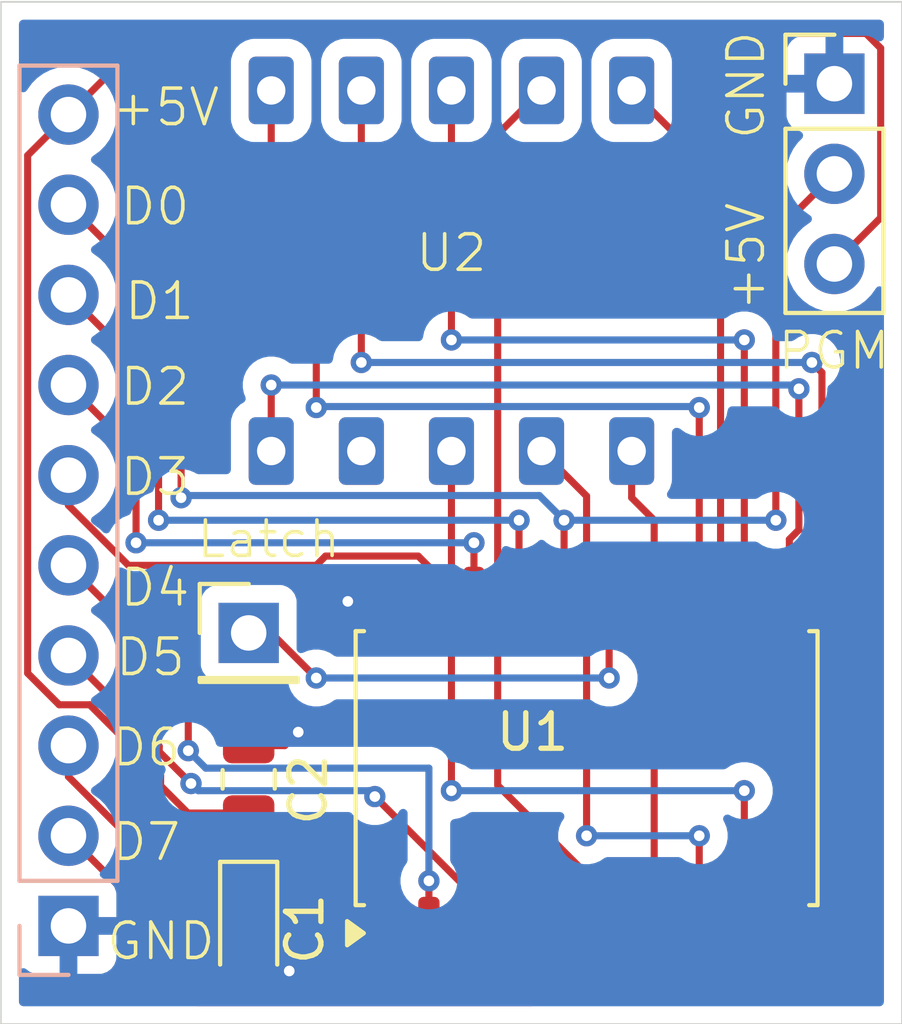
<source format=kicad_pcb>
(kicad_pcb (version 20241229) (generator "pcbnew") (generator_version "9.0")
  (title_block (title "8 bits to 2x 7 segment hex display") (date "2025-10-12") (rev "1.0") (company "ErrorSoft"))
  (layers (0 "F.Cu" signal) (2 "B.Cu" signal) (13 "F.Paste" user) (15 "B.Paste" user) (5 "F.SilkS" user "F.Silkscreen") (7 "B.SilkS" user "B.Silkscreen") (1 "F.Mask" user) (3 "B.Mask" user) (25 "Edge.Cuts" user))
  (net 0 "")
  (net 1 "+5V")
  (net 2 "GND")
  (net 3 "/DS3")
  (net 4 "/DS0")
  (net 5 "/DS2")
  (net 6 "/DS6")
  (net 7 "/DS4")
  (net 8 "/DS8")
  (net 9 "/DS5")
  (net 10 "/DS7")
  (net 11 "/DS1")
  (net 13 "/~{latch}")
  (net 14 "/D0")
  (net 15 "/D7")
  (net 16 "/D1")
  (net 17 "/D4")
  (net 18 "/D6")
  (net 19 "/D2")
  (net 20 "/D3")
  (net 21 "/D5")
  (footprint "Package_SO:SOIC-20W_7.5x12.8mm_P1.27mm" (layer "F.Cu") (at 143.51 100.965 90)
    (property "Reference" "U1" (at 1.016 -1.524 180) (layer "F.SilkS"))
    (property "Value" "ATtiny1616-S")
    (fp_line (start 3.86 -6.51) (end 3.86 -6.275) (stroke (width 0.12)) (layer "F.SilkS"))
    (fp_line (start -3.86 -6.51) (end 3.86 -6.51) (stroke (width 0.12)) (layer "F.SilkS"))
    (fp_line (start -3.86 -6.275) (end -3.86 -6.51) (stroke (width 0.12)) (layer "F.SilkS"))
    (fp_line (start 3.86 6.275) (end 3.86 6.51) (stroke (width 0.12)) (layer "F.SilkS"))
    (fp_line (start 3.86 6.51) (end -3.86 6.51) (stroke (width 0.12)) (layer "F.SilkS"))
    (fp_line (start -3.86 6.51) (end -3.86 6.275) (stroke (width 0.12)) (layer "F.SilkS"))
    (fp_poly (pts (xy -4.65 -6.28) (xy -4.99 -6.75) (xy -4.31 -6.75)) (stroke (width 0.12)) (fill yes) (layer "F.SilkS"))
    (pad "1" smd roundrect (at -4.65 -5.715 90) (size 2.05 0.6) (layers "F.Cu" "F.Mask" "F.Paste") (net 1 "+5V"))
    (pad "2" smd roundrect (at -4.65 -4.445 90) (size 2.05 0.6) (layers "F.Cu" "F.Mask" "F.Paste") (net 17 "/D4"))
    (pad "3" smd roundrect (at -4.65 -3.175 90) (size 2.05 0.6) (layers "F.Cu" "F.Mask" "F.Paste") (net 21 "/D5"))
    (pad "4" smd roundrect (at -4.65 -1.905 90) (size 2.05 0.6) (layers "F.Cu" "F.Mask" "F.Paste") (net 18 "/D6"))
    (pad "5" smd roundrect (at -4.65 -0.635 90) (size 2.05 0.6) (layers "F.Cu" "F.Mask" "F.Paste") (net 15 "/D7"))
    (pad "6" smd roundrect (at -4.65 0.635 90) (size 2.05 0.6) (layers "F.Cu" "F.Mask" "F.Paste") (net 9 "/DS5"))
    (pad "7" smd roundrect (at -4.65 1.905 90) (size 2.05 0.6) (layers "F.Cu" "F.Mask" "F.Paste") (net 7 "/DS4"))
    (pad "8" smd roundrect (at -4.65 3.175 90) (size 2.05 0.6) (layers "F.Cu" "F.Mask" "F.Paste") (net 3 "/DS3"))
    (pad "9" smd roundrect (at -4.65 4.445 90) (size 2.05 0.6) (layers "F.Cu" "F.Mask" "F.Paste") (net 5 "/DS2"))
    (pad "10" smd roundrect (at -4.65 5.715 90) (size 2.05 0.6) (layers "F.Cu" "F.Mask" "F.Paste") (net 11 "/DS1"))
    (pad "11" smd roundrect (at 4.65 5.715 90) (size 2.05 0.6) (layers "F.Cu" "F.Mask" "F.Paste") (net 4 "/DS0"))
    (pad "12" smd roundrect (at 4.65 4.445 90) (size 2.05 0.6) (layers "F.Cu" "F.Mask" "F.Paste") (net 6 "/DS6"))
    (pad "13" smd roundrect (at 4.65 3.175 90) (size 2.05 0.6) (layers "F.Cu" "F.Mask" "F.Paste") (net 10 "/DS7"))
    (pad "14" smd roundrect (at 4.65 1.905 90) (size 2.05 0.6) (layers "F.Cu" "F.Mask" "F.Paste") (net 8 "/DS8"))
    (pad "15" smd roundrect (at 4.65 0.635 90) (size 2.05 0.6) (layers "F.Cu" "F.Mask" "F.Paste") (net 13 "/~{latch}"))
    (pad "16" smd roundrect (at 4.65 -0.635 90) (size 2.05 0.6) (layers "F.Cu" "F.Mask" "F.Paste") (net 14 "/D0"))
    (pad "17" smd roundrect (at 4.65 -1.905 90) (size 2.05 0.6) (layers "F.Cu" "F.Mask" "F.Paste") (net 16 "/D1"))
    (pad "18" smd roundrect (at 4.65 -3.175 90) (size 2.05 0.6) (layers "F.Cu" "F.Mask" "F.Paste") (net 19 "/D2"))
    (pad "19" smd roundrect (at 4.65 -4.445 90) (size 2.05 0.6) (layers "F.Cu" "F.Mask" "F.Paste") (net 20 "/D3"))
    (pad "20" smd roundrect (at 4.65 -5.715 90) (size 2.05 0.6) (layers "F.Cu" "F.Mask" "F.Paste") (net 2 "GND"))
  )
  (footprint "frits:HSN-3621" (layer "F.Cu") (at 139.7 86.95)
    (property "Reference" "U2" (at 0 -0.5 0) (layer "F.SilkS") (effects (font (thickness 0.1))))
    (property "Value" "HSN-3621")
    (pad "1" thru_hole roundrect (at -5.08 5.08 90) (size 1.905 1.27) (drill 0.8) (layers "*.Cu" "*.Mask") (roundrect_rratio 0.15) (net 4 "/DS0"))
    (pad "2" thru_hole roundrect (at -2.54 5.08 90) (size 1.905 1.27) (drill 0.8) (layers "*.Cu" "*.Mask") (roundrect_rratio 0.15))
    (pad "3" thru_hole roundrect (at 0 5.08 90) (size 1.905 1.27) (drill 0.8) (layers "*.Cu" "*.Mask") (roundrect_rratio 0.15) (net 5 "/DS2"))
    (pad "4" thru_hole roundrect (at 2.54 5.08 90) (size 1.905 1.27) (drill 0.8) (layers "*.Cu" "*.Mask") (roundrect_rratio 0.15) (net 3 "/DS3"))
    (pad "5" thru_hole roundrect (at 5.08 5.08 90) (size 1.905 1.27) (drill 0.8) (layers "*.Cu" "*.Mask") (roundrect_rratio 0.15) (net 8 "/DS8"))
    (pad "6" thru_hole roundrect (at 5.08 -5.08 90) (size 1.905 1.27) (drill 0.8) (layers "*.Cu" "*.Mask") (roundrect_rratio 0.15) (net 7 "/DS4"))
    (pad "7" thru_hole roundrect (at 2.54 -5.08 90) (size 1.905 1.27) (drill 0.8) (layers "*.Cu" "*.Mask") (roundrect_rratio 0.15) (net 9 "/DS5"))
    (pad "8" thru_hole roundrect (at 0 -5.08 90) (size 1.905 1.27) (drill 0.8) (layers "*.Cu" "*.Mask") (roundrect_rratio 0.15) (net 6 "/DS6"))
    (pad "9" thru_hole roundrect (at -2.54 -5.08 90) (size 1.905 1.27) (drill 0.8) (layers "*.Cu" "*.Mask") (roundrect_rratio 0.15) (net 11 "/DS1"))
    (pad "10" thru_hole roundrect (at -5.08 -5.08 90) (size 1.905 1.27) (drill 0.8) (layers "*.Cu" "*.Mask") (roundrect_rratio 0.15) (net 10 "/DS7"))
  )
  (footprint "Connector_PinHeader_2.54mm:PinHeader_1x03_P2.54mm_Vertical" (layer "F.Cu") (at 150.495 81.68)
    (property "Reference" "J3" (hide yes))
    (property "Value" "PGM")
    (fp_line (start -1.38 -1.38) (end 0 -1.38) (stroke (width 0.12)) (layer "F.SilkS"))
    (fp_line (start -1.38 0) (end -1.38 -1.38) (stroke (width 0.12)) (layer "F.SilkS"))
    (fp_line (start -1.38 1.27) (end -1.38 6.46) (stroke (width 0.12)) (layer "F.SilkS"))
    (fp_line (start -1.38 1.27) (end 1.38 1.27) (stroke (width 0.12)) (layer "F.SilkS"))
    (fp_line (start -1.38 6.46) (end 1.38 6.46) (stroke (width 0.12)) (layer "F.SilkS"))
    (fp_line (start 1.38 1.27) (end 1.38 6.46) (stroke (width 0.12)) (layer "F.SilkS"))
    (pad "1" thru_hole rect (at 0 0) (size 1.7 1.7) (drill 1) (layers "*.Cu" "*.Mask") (net 2 "GND"))
    (pad "2" thru_hole circle (at 0 2.54) (size 1.7 1.7) (drill 1) (layers "*.Cu" "*.Mask") (net 14 "/D0"))
    (pad "3" thru_hole circle (at 0 5.08) (size 1.7 1.7) (drill 1) (layers "*.Cu" "*.Mask") (net 1 "+5V"))
  )
  (footprint "Capacitor_SMD:C_0805_2012Metric_Pad1.18x1.45mm_HandSolder" (layer "F.Cu") (at 133.985 101.28 90)
    (property "Reference" "C2" (at -0.2946 1.6764 90) (layer "F.SilkS"))
    (property "Value" "100nF")
    (fp_line (start -0.261252 -0.735) (end 0.261252 -0.735) (stroke (width 0.12)) (layer "F.SilkS"))
    (fp_line (start -0.261252 0.735) (end 0.261252 0.735) (stroke (width 0.12)) (layer "F.SilkS"))
    (pad "1" smd roundrect (at -1.0375 0 90) (size 1.175 1.45) (layers "F.Cu" "F.Mask" "F.Paste") (roundrect_rratio 0.212766) (net 1 "+5V"))
    (pad "2" smd roundrect (at 1.0375 0 90) (size 1.175 1.45) (layers "F.Cu" "F.Mask" "F.Paste") (roundrect_rratio 0.212766) (net 2 "GND"))
  )
  (footprint "Capacitor_Tantalum_SMD:CP_EIA-2012-12_Kemet-R_HandSolder" (layer "F.Cu") (at 133.985 105.4985 -90)
    (property "Reference" "C1" (at 0 -1.58 270) (layer "F.SilkS"))
    (property "Value" "10uF")
    (fp_line (start -1.895 0.805) (end 1 0.805) (stroke (width 0.12)) (layer "F.SilkS"))
    (fp_line (start -1.895 -0.805) (end -1.895 0.805) (stroke (width 0.12)) (layer "F.SilkS"))
    (fp_line (start 1 -0.805) (end -1.895 -0.805) (stroke (width 0.12)) (layer "F.SilkS"))
    (pad "1" smd roundrect (at -0.9775 0 270) (size 1.315 1.09) (layers "F.Cu" "F.Mask" "F.Paste") (roundrect_rratio 0.229358) (net 1 "+5V"))
    (pad "2" smd roundrect (at 0.9775 0 270) (size 1.315 1.09) (layers "F.Cu" "F.Mask" "F.Paste") (roundrect_rratio 0.229358) (net 2 "GND"))
  )
  (footprint "Connector_PinHeader_2.54mm:PinHeader_1x01_P2.54mm_Vertical" (layer "F.Cu") (at 133.985 97.155)
    (property "Reference" "J1" (hide yes))
    (property "Value" "latch")
    (fp_line (start -1.38 -1.38) (end 0 -1.38) (stroke (width 0.12)) (layer "F.SilkS"))
    (fp_line (start -1.38 0) (end -1.38 -1.38) (stroke (width 0.12)) (layer "F.SilkS"))
    (fp_line (start -1.38 1.27) (end -1.38 1.38) (stroke (width 0.12)) (layer "F.SilkS"))
    (fp_line (start -1.38 1.27) (end 1.38 1.27) (stroke (width 0.12)) (layer "F.SilkS"))
    (fp_line (start -1.38 1.38) (end 1.38 1.38) (stroke (width 0.12)) (layer "F.SilkS"))
    (fp_line (start 1.38 1.27) (end 1.38 1.38) (stroke (width 0.12)) (layer "F.SilkS"))
    (pad "1" thru_hole rect (at 0 0) (size 1.7 1.7) (drill 1) (layers "*.Cu" "*.Mask") (net 13 "/~{latch}"))
  )
  (footprint "Connector_PinHeader_2.54mm:PinHeader_1x10_P2.54mm_Vertical" (layer "B.Cu") (at 128.905 105.41)
    (property "Reference" "J4" (hide yes))
    (property "Value" "bus")
    (fp_line (start -1.38 -24.24) (end 1.38 -24.24) (stroke (width 0.12)) (layer "B.SilkS"))
    (fp_line (start -1.38 -1.27) (end -1.38 -24.24) (stroke (width 0.12)) (layer "B.SilkS"))
    (fp_line (start -1.38 -1.27) (end 1.38 -1.27) (stroke (width 0.12)) (layer "B.SilkS"))
    (fp_line (start -1.38 0) (end -1.38 1.38) (stroke (width 0.12)) (layer "B.SilkS"))
    (fp_line (start -1.38 1.38) (end 0 1.38) (stroke (width 0.12)) (layer "B.SilkS"))
    (fp_line (start 1.38 -1.27) (end 1.38 -24.24) (stroke (width 0.12)) (layer "B.SilkS"))
    (pad "1" thru_hole rect (at 0 0) (size 1.7 1.7) (drill 1) (layers "*.Cu" "*.Mask") (net 2 "GND"))
    (pad "2" thru_hole circle (at 0 -2.54) (size 1.7 1.7) (drill 1) (layers "*.Cu" "*.Mask") (net 15 "/D7"))
    (pad "3" thru_hole circle (at 0 -5.08) (size 1.7 1.7) (drill 1) (layers "*.Cu" "*.Mask") (net 18 "/D6"))
    (pad "4" thru_hole circle (at 0 -7.62) (size 1.7 1.7) (drill 1) (layers "*.Cu" "*.Mask") (net 21 "/D5"))
    (pad "5" thru_hole circle (at 0 -10.16) (size 1.7 1.7) (drill 1) (layers "*.Cu" "*.Mask") (net 17 "/D4"))
    (pad "6" thru_hole circle (at 0 -12.7) (size 1.7 1.7) (drill 1) (layers "*.Cu" "*.Mask") (net 20 "/D3"))
    (pad "7" thru_hole circle (at 0 -15.24) (size 1.7 1.7) (drill 1) (layers "*.Cu" "*.Mask") (net 19 "/D2"))
    (pad "8" thru_hole circle (at 0 -17.78) (size 1.7 1.7) (drill 1) (layers "*.Cu" "*.Mask") (net 16 "/D1"))
    (pad "9" thru_hole circle (at 0 -20.32) (size 1.7 1.7) (drill 1) (layers "*.Cu" "*.Mask") (net 14 "/D0"))
    (pad "10" thru_hole circle (at 0 -22.86) (size 1.7 1.7) (drill 1) (layers "*.Cu" "*.Mask") (net 1 "+5V"))
  )
  (gr_rect (start 127 79.375) (end 152.4 108.175) (stroke (width 0.05)) (fill no) (layer "Edge.Cuts"))
  (gr_text "D4" (at 130.302 96.465 0) (layer "F.SilkS") (effects (font (size 1 1) (thickness 0.1)) (justify left bottom)))
  (gr_text "D0" (at 130.302 85.725 0) (layer "F.SilkS") (effects (font (size 1 1) (thickness 0.1)) (justify left bottom)))
  (gr_text "D2" (at 130.302 90.805 0) (layer "F.SilkS") (effects (font (size 1 1) (thickness 0.1)) (justify left bottom)))
  (gr_text "+5V" (at 148.59 88.14 90) (layer "F.SilkS") (effects (font (size 1 1) (thickness 0.1)) (justify left bottom)))
  (gr_text "D7" (at 130.048 103.632 0) (layer "F.SilkS") (effects (font (size 1 1) (thickness 0.1)) (justify left bottom)))
  (gr_text "Latch" (at 132.461 95.0976 0) (layer "F.SilkS") (effects (font (size 1 1) (thickness 0.1)) (justify left bottom)))
  (gr_text "GND" (at 148.59 83.312 90) (layer "F.SilkS") (effects (font (size 1 1) (thickness 0.1)) (justify left bottom)))
  (gr_text "GND" (at 129.921 106.426 0) (layer "F.SilkS") (effects (font (size 1 1) (thickness 0.1)) (justify left bottom)))
  (gr_text "D5" (at 130.175 98.425 0) (layer "F.SilkS") (effects (font (size 1 1) (thickness 0.1)) (justify left bottom)))
  (gr_text "D1" (at 130.429 88.392 0) (layer "F.SilkS") (effects (font (size 1 1) (thickness 0.1)) (justify left bottom)))
  (gr_text "PGM" (at 148.844 89.789 0) (layer "F.SilkS") (effects (font (size 1 1) (thickness 0.1)) (justify left bottom)))
  (gr_text "+5V" (at 130.048 82.931 0) (layer "F.SilkS") (effects (font (size 1 1) (thickness 0.1)) (justify left bottom)))
  (gr_text "D6" (at 130.048 100.965 0) (layer "F.SilkS") (effects (font (size 1 1) (thickness 0.1)) (justify left bottom)))
  (gr_text "D3" (at 130.302 93.345 0) (layer "F.SilkS") (effects (font (size 1 1) (thickness 0.1)) (justify left bottom)))
  (segment (start 151.799 85.456) (end 150.495 86.76) (width 0.2) (layer "F.Cu") (net 1))
  (segment (start 127.754 83.701) (end 127.754 98.29) (width 0.2) (layer "F.Cu") (net 1))
  (segment (start 131.191 80.264) (end 151.384 80.264) (width 0.2) (layer "F.Cu") (net 1))
  (segment (start 127.754 98.29) (end 128.643 99.179) (width 0.2) (layer "F.Cu") (net 1))
  (segment (start 128.643 99.179) (end 129.50314 99.179) (width 0.2) (layer "F.Cu") (net 1))
  (segment (start 151.799 80.679) (end 151.799 85.456) (width 0.2) (layer "F.Cu") (net 1))
  (segment (start 136.955 104.775) (end 137.795 105.615) (width 0.2) (layer "F.Cu") (net 1))
  (segment (start 128.905 82.55) (end 131.191 80.264) (width 0.2) (layer "F.Cu") (net 1))
  (segment (start 131.50162 101.17748) (end 131.50162 101.460323) (width 0.2) (layer "F.Cu") (net 1))
  (segment (start 133.985 104.775) (end 136.955 104.775) (width 0.2) (layer "F.Cu") (net 1))
  (segment (start 129.50314 99.179) (end 131.50162 101.17748) (width 0.2) (layer "F.Cu") (net 1))
  (segment (start 151.384 80.264) (end 151.799 80.679) (width 0.2) (layer "F.Cu") (net 1))
  (segment (start 132.271297 102.23) (end 133.985 102.23) (width 0.2) (layer "F.Cu") (net 1))
  (segment (start 128.905 82.55) (end 127.754 83.701) (width 0.2) (layer "F.Cu") (net 1))
  (segment (start 131.50162 101.460323) (end 132.271297 102.23) (width 0.2) (layer "F.Cu") (net 1))
  (segment (start 133.985 102.23) (end 133.985 104.775) (width 0.2) (layer "F.Cu") (net 1))
  (segment (start 135.123 106.675) (end 135.128 106.68) (width 0.2) (layer "F.Cu") (net 2))
  (segment (start 137.795 96.315) (end 136.828 96.315) (width 0.2) (layer "F.Cu") (net 2))
  (segment (start 133.985 106.675) (end 135.123 106.675) (width 0.2) (layer "F.Cu") (net 2))
  (segment (start 133.985 100.33) (end 135.001 100.33) (width 0.2) (layer "F.Cu") (net 2))
  (segment (start 136.828 96.315) (end 136.779 96.266) (width 0.2) (layer "F.Cu") (net 2))
  (segment (start 135.001 100.33) (end 135.382 99.949) (width 0.2) (layer "F.Cu") (net 2))
  (via (at 135.382 99.949) (size 0.6) (drill 0.3) (layers "F.Cu" "B.Cu") (net 2))
  (via (at 135.128 106.68) (size 0.6) (drill 0.3) (layers "F.Cu" "B.Cu") (net 2))
  (via (at 136.779 96.266) (size 0.6) (drill 0.3) (layers "F.Cu" "B.Cu") (net 2))
  (segment (start 142.24 92.03) (end 143.51 93.3) (width 0.2) (layer "F.Cu") (net 3))
  (segment (start 143.51 93.3) (end 143.51 102.87) (width 0.2) (layer "F.Cu") (net 3))
  (segment (start 146.685 102.87) (end 146.685 105.615) (width 0.2) (layer "F.Cu") (net 3))
  (via (at 143.51 102.87) (size 0.6) (drill 0.3) (layers "F.Cu" "B.Cu") (net 3))
  (via (at 146.685 102.87) (size 0.6) (drill 0.3) (layers "F.Cu" "B.Cu") (net 3))
  (segment (start 143.51 102.87) (end 146.685 102.87) (width 0.2) (layer "B.Cu") (net 3))
  (segment (start 149.225 96.315) (end 149.225 94.518239) (width 0.2) (layer "F.Cu") (net 4))
  (segment (start 134.62 92.03) (end 134.62 90.17) (width 0.2) (layer "F.Cu") (net 4))
  (segment (start 149.494 94.249239) (end 149.494 90.276555) (width 0.2) (layer "F.Cu") (net 4))
  (segment (start 149.225 94.518239) (end 149.494 94.249239) (width 0.2) (layer "F.Cu") (net 4))
  (via (at 134.62 90.17) (size 0.6) (drill 0.3) (layers "F.Cu" "B.Cu") (net 4))
  (via (at 149.494 90.276555) (size 0.6) (drill 0.3) (layers "F.Cu" "B.Cu") (net 4))
  (segment (start 134.62 90.17) (end 149.387445 90.17) (width 0.2) (layer "B.Cu") (net 4))
  (segment (start 149.387445 90.17) (end 149.494 90.276555) (width 0.2) (layer "B.Cu") (net 4))
  (segment (start 147.955 101.6) (end 147.955 105.615) (width 0.2) (layer "F.Cu") (net 5))
  (segment (start 139.7 92.03) (end 139.7 101.6) (width 0.2) (layer "F.Cu") (net 5))
  (via (at 139.7 101.6) (size 0.6) (drill 0.3) (layers "F.Cu" "B.Cu") (net 5))
  (via (at 147.955 101.6) (size 0.6) (drill 0.3) (layers "F.Cu" "B.Cu") (net 5))
  (segment (start 139.7 101.6) (end 147.955 101.6) (width 0.2) (layer "B.Cu") (net 5))
  (segment (start 139.7 81.87) (end 139.7 88.9) (width 0.2) (layer "F.Cu") (net 6))
  (segment (start 147.955 88.9) (end 147.955 96.315) (width 0.2) (layer "F.Cu") (net 6))
  (via (at 139.7 88.9) (size 0.6) (drill 0.3) (layers "F.Cu" "B.Cu") (net 6))
  (via (at 147.955 88.9) (size 0.6) (drill 0.3) (layers "F.Cu" "B.Cu") (net 6))
  (segment (start 139.7 88.9) (end 147.955 88.9) (width 0.2) (layer "B.Cu") (net 6))
  (segment (start 145.415 99.251968) (end 145.415 105.615) (width 0.2) (layer "F.Cu") (net 7))
  (segment (start 144.78 81.87) (end 147.286 84.376) (width 0.2) (layer "F.Cu") (net 7))
  (segment (start 147.286 97.380968) (end 145.415 99.251968) (width 0.2) (layer "F.Cu") (net 7))
  (segment (start 147.286 84.376) (end 147.286 97.380968) (width 0.2) (layer "F.Cu") (net 7))
  (segment (start 145.415 93.98) (end 145.415 96.315) (width 0.2) (layer "F.Cu") (net 8))
  (segment (start 144.78 93.345) (end 145.415 93.98) (width 0.2) (layer "F.Cu") (net 8))
  (segment (start 144.78 92.03) (end 144.78 93.345) (width 0.2) (layer "F.Cu") (net 8))
  (segment (start 144.145 104.590001) (end 144.145 105.615) (width 0.2) (layer "F.Cu") (net 9))
  (segment (start 141.004 101.449001) (end 144.145 104.590001) (width 0.2) (layer "F.Cu") (net 9))
  (segment (start 141.004 83.106) (end 141.004 101.449001) (width 0.2) (layer "F.Cu") (net 9))
  (segment (start 142.24 81.87) (end 141.004 83.106) (width 0.2) (layer "F.Cu") (net 9))
  (segment (start 146.685 90.805) (end 146.685 96.315) (width 0.2) (layer "F.Cu") (net 10))
  (segment (start 135.255 84.455) (end 135.89 85.09) (width 0.2) (layer "F.Cu") (net 10))
  (segment (start 134.62 81.87) (end 134.62 83.82) (width 0.2) (layer "F.Cu") (net 10))
  (segment (start 135.89 85.09) (end 135.89 90.805) (width 0.2) (layer "F.Cu") (net 10))
  (segment (start 134.62 83.82) (end 135.255 84.455) (width 0.2) (layer "F.Cu") (net 10))
  (via (at 146.685 90.805) (size 0.6) (drill 0.3) (layers "F.Cu" "B.Cu") (net 10))
  (via (at 135.89 90.805) (size 0.6) (drill 0.3) (layers "F.Cu" "B.Cu") (net 10))
  (segment (start 146.6565 90.7765) (end 146.685 90.805) (width 0.2) (layer "B.Cu") (net 10))
  (segment (start 135.89 90.805) (end 135.9185 90.7765) (width 0.2) (layer "B.Cu") (net 10))
  (segment (start 135.9185 90.7765) (end 146.6565 90.7765) (width 0.2) (layer "B.Cu") (net 10))
  (segment (start 149.86 89.535) (end 150.144 89.819) (width 0.2) (layer "F.Cu") (net 11))
  (segment (start 150.144 104.696) (end 149.225 105.615) (width 0.2) (layer "F.Cu") (net 11))
  (segment (start 137.16 81.87) (end 137.16 89.535) (width 0.2) (layer "F.Cu") (net 11))
  (segment (start 150.144 89.819) (end 150.144 104.696) (width 0.2) (layer "F.Cu") (net 11))
  (via (at 149.86 89.535) (size 0.6) (drill 0.3) (layers "F.Cu" "B.Cu") (net 11))
  (via (at 137.16 89.535) (size 0.6) (drill 0.3) (layers "F.Cu" "B.Cu") (net 11))
  (segment (start 137.16 89.535) (end 149.86 89.535) (width 0.2) (layer "B.Cu") (net 11))
  (segment (start 133.985 97.155) (end 134.62 97.155) (width 0.2) (layer "F.Cu") (net 13))
  (segment (start 144.145 98.425) (end 144.145 96.315) (width 0.2) (layer "F.Cu") (net 13))
  (segment (start 134.62 97.155) (end 135.89 98.425) (width 0.2) (layer "F.Cu") (net 13))
  (via (at 135.89 98.425) (size 0.6) (drill 0.3) (layers "F.Cu" "B.Cu") (net 13))
  (via (at 144.145 98.425) (size 0.6) (drill 0.3) (layers "F.Cu" "B.Cu") (net 13))
  (segment (start 135.89 98.425) (end 144.145 98.425) (width 0.2) (layer "B.Cu") (net 13))
  (segment (start 142.875 93.98) (end 142.875 96.315) (width 0.2) (layer "F.Cu") (net 14))
  (segment (start 150.495 84.22) (end 148.844 85.871) (width 0.2) (layer "F.Cu") (net 14))
  (segment (start 148.844 85.871) (end 148.844 93.98) (width 0.2) (layer "F.Cu") (net 14))
  (segment (start 128.905 85.09) (end 132.08 88.265) (width 0.2) (layer "F.Cu") (net 14))
  (segment (start 132.08 88.265) (end 132.08 93.345) (width 0.2) (layer "F.Cu") (net 14))
  (via (at 148.844 93.98) (size 0.6) (drill 0.3) (layers "F.Cu" "B.Cu") (net 14))
  (via (at 132.08 93.345) (size 0.6) (drill 0.3) (layers "F.Cu" "B.Cu") (net 14))
  (via (at 142.875 93.98) (size 0.6) (drill 0.3) (layers "F.Cu" "B.Cu") (net 14))
  (segment (start 132.08 93.345) (end 132.1415 93.2835) (width 0.2) (layer "B.Cu") (net 14))
  (segment (start 142.1785 93.2835) (end 142.875 93.98) (width 0.2) (layer "B.Cu") (net 14))
  (segment (start 132.1415 93.2835) (end 142.1785 93.2835) (width 0.2) (layer "B.Cu") (net 14))
  (segment (start 148.844 93.98) (end 142.875 93.98) (width 0.2) (layer "B.Cu") (net 14))
  (segment (start 128.905 102.87) (end 128.905 103.10616) (width 0.2) (layer "F.Cu") (net 15))
  (segment (start 130.556 105.537) (end 132.593 107.574) (width 0.2) (layer "F.Cu") (net 15))
  (segment (start 141.940999 107.574) (end 142.875 106.639999) (width 0.2) (layer "F.Cu") (net 15))
  (segment (start 132.593 107.574) (end 141.940999 107.574) (width 0.2) (layer "F.Cu") (net 15))
  (segment (start 130.556 104.521) (end 130.556 105.537) (width 0.2) (layer "F.Cu") (net 15))
  (segment (start 142.875 106.639999) (end 142.875 105.615) (width 0.2) (layer "F.Cu") (net 15))
  (segment (start 128.905 102.87) (end 130.556 104.521) (width 0.2) (layer "F.Cu") (net 15))
  (segment (start 131.445 90.17) (end 131.445 93.98) (width 0.2) (layer "F.Cu") (net 16))
  (segment (start 128.905 87.63) (end 131.445 90.17) (width 0.2) (layer "F.Cu") (net 16))
  (segment (start 141.605 93.98) (end 141.605 96.315) (width 0.2) (layer "F.Cu") (net 16))
  (via (at 141.605 93.98) (size 0.6) (drill 0.3) (layers "F.Cu" "B.Cu") (net 16))
  (via (at 131.445 93.98) (size 0.6) (drill 0.3) (layers "F.Cu" "B.Cu") (net 16))
  (segment (start 131.445 93.98) (end 141.605 93.98) (width 0.2) (layer "B.Cu") (net 16))
  (segment (start 132.282031 98.627031) (end 132.282031 100.472967) (width 0.2) (layer "F.Cu") (net 17))
  (segment (start 128.905 95.25) (end 132.282031 98.627031) (width 0.2) (layer "F.Cu") (net 17))
  (segment (start 139.065 104.14) (end 139.065 105.615) (width 0.2) (layer "F.Cu") (net 17))
  (via (at 132.282031 100.472967) (size 0.6) (drill 0.3) (layers "F.Cu" "B.Cu") (net 17))
  (via (at 139.065 104.14) (size 0.6) (drill 0.3) (layers "F.Cu" "B.Cu") (net 17))
  (segment (start 139.065 100.965) (end 132.774064 100.965) (width 0.2) (layer "B.Cu") (net 17))
  (segment (start 139.065 104.14) (end 139.065 100.965) (width 0.2) (layer "B.Cu") (net 17))
  (segment (start 132.774064 100.965) (end 132.282031 100.472967) (width 0.2) (layer "B.Cu") (net 17))
  (segment (start 135.999232 105.4862) (end 137.454032 106.941) (width 0.2) (layer "F.Cu") (net 18))
  (segment (start 128.905 100.33) (end 128.905 101.20616) (width 0.2) (layer "F.Cu") (net 18))
  (segment (start 137.454032 106.941) (end 141.303999 106.941) (width 0.2) (layer "F.Cu") (net 18))
  (segment (start 141.605 106.639999) (end 141.605 105.615) (width 0.2) (layer "F.Cu") (net 18))
  (segment (start 128.905 101.20616) (end 133.18504 105.4862) (width 0.2) (layer "F.Cu") (net 18))
  (segment (start 133.18504 105.4862) (end 135.999232 105.4862) (width 0.2) (layer "F.Cu") (net 18))
  (segment (start 141.303999 106.941) (end 141.605 106.639999) (width 0.2) (layer "F.Cu") (net 18))
  (segment (start 128.905 90.17) (end 130.81 92.075) (width 0.2) (layer "F.Cu") (net 19))
  (segment (start 140.335 94.615) (end 140.335 96.315) (width 0.2) (layer "F.Cu") (net 19))
  (segment (start 130.81 92.075) (end 130.81 94.615) (width 0.2) (layer "F.Cu") (net 19))
  (via (at 140.335 94.615) (size 0.6) (drill 0.3) (layers "F.Cu" "B.Cu") (net 19))
  (via (at 130.81 94.615) (size 0.6) (drill 0.3) (layers "F.Cu" "B.Cu") (net 19))
  (segment (start 130.81 94.615) (end 140.335 94.615) (width 0.2) (layer "B.Cu") (net 19))
  (segment (start 128.905 92.71) (end 128.905 93.559943) (width 0.2) (layer "F.Cu") (net 20))
  (segment (start 136.151 94.989) (end 138.763999 94.989) (width 0.2) (layer "F.Cu") (net 20))
  (segment (start 135.89 95.25) (end 136.151 94.989) (width 0.2) (layer "F.Cu") (net 20))
  (segment (start 130.595057 95.25) (end 135.89 95.25) (width 0.2) (layer "F.Cu") (net 20))
  (segment (start 128.905 93.559943) (end 130.595057 95.25) (width 0.2) (layer "F.Cu") (net 20))
  (segment (start 139.065 95.290001) (end 139.065 96.315) (width 0.2) (layer "F.Cu") (net 20))
  (segment (start 138.763999 94.989) (end 139.065 95.290001) (width 0.2) (layer "F.Cu") (net 20))
  (segment (start 137.540943 101.766) (end 140.335 104.560057) (width 0.2) (layer "F.Cu") (net 21))
  (segment (start 131.464 100.349) (end 131.464 100.503463) (width 0.2) (layer "F.Cu") (net 21))
  (segment (start 131.464 100.503463) (end 132.35849 101.397953) (width 0.2) (layer "F.Cu") (net 21))
  (segment (start 128.905 97.79) (end 131.464 100.349) (width 0.2) (layer "F.Cu") (net 21))
  (segment (start 140.335 104.560057) (end 140.335 105.615) (width 0.2) (layer "F.Cu") (net 21))
  (via (at 137.540943 101.766) (size 0.6) (drill 0.3) (layers "F.Cu" "B.Cu") (net 21))
  (via (at 132.35849 101.397953) (size 0.6) (drill 0.3) (layers "F.Cu" "B.Cu") (net 21))
  (segment (start 137.540943 101.766) (end 137.374943 101.6) (width 0.2) (layer "B.Cu") (net 21))
  (segment (start 132.560537 101.6) (end 132.35849 101.397953) (width 0.2) (layer "B.Cu") (net 21))
  (segment (start 137.374943 101.6) (end 132.560537 101.6) (width 0.2) (layer "B.Cu") (net 21))
  (zone (net 2) (net_name "GND") (layer "B.Cu") (name "GND") (connect_pads (clearance 0.5)) (min_thickness 0.25) (fill yes (thermal_gap 0.5) (thermal_bridge_width 0.5))
    (polygon (pts (xy 127.508 79.756) (xy 151.892 79.756) (xy 151.892 107.696) (xy 127.508 107.696)))
  )
)
</source>
